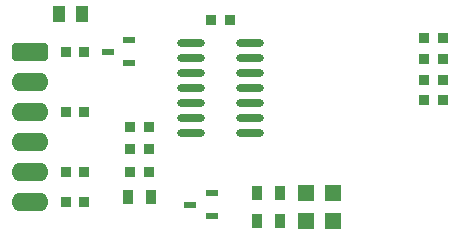
<source format=gtp>
G04 Layer_Color=7318015*
%FSLAX25Y25*%
%MOIN*%
G70*
G01*
G75*
%ADD10R,0.04000X0.05700*%
G04:AMPARAMS|DCode=11|XSize=35.43mil|YSize=35.43mil|CornerRadius=4.43mil|HoleSize=0mil|Usage=FLASHONLY|Rotation=0.000|XOffset=0mil|YOffset=0mil|HoleType=Round|Shape=RoundedRectangle|*
%AMROUNDEDRECTD11*
21,1,0.03543,0.02658,0,0,0.0*
21,1,0.02658,0.03543,0,0,0.0*
1,1,0.00886,0.01329,-0.01329*
1,1,0.00886,-0.01329,-0.01329*
1,1,0.00886,-0.01329,0.01329*
1,1,0.00886,0.01329,0.01329*
%
%ADD11ROUNDEDRECTD11*%
%ADD12R,0.03543X0.04724*%
%ADD13R,0.03800X0.03500*%
%ADD14R,0.04331X0.02362*%
%ADD15O,0.12299X0.06299*%
G04:AMPARAMS|DCode=16|XSize=62.99mil|YSize=122.99mil|CornerRadius=15.75mil|HoleSize=0mil|Usage=FLASHONLY|Rotation=270.000|XOffset=0mil|YOffset=0mil|HoleType=Round|Shape=RoundedRectangle|*
%AMROUNDEDRECTD16*
21,1,0.06299,0.09150,0,0,270.0*
21,1,0.03150,0.12299,0,0,270.0*
1,1,0.03150,-0.04575,-0.01575*
1,1,0.03150,-0.04575,0.01575*
1,1,0.03150,0.04575,0.01575*
1,1,0.03150,0.04575,-0.01575*
%
%ADD16ROUNDEDRECTD16*%
%ADD17O,0.09252X0.02756*%
%ADD18R,0.05500X0.05500*%
D10*
X136437Y187500D02*
D03*
X128500D02*
D03*
D11*
X137150Y125000D02*
D03*
X130850Y125000D02*
D03*
X256650Y179500D02*
D03*
X250350Y179500D02*
D03*
Y172500D02*
D03*
X256650Y172500D02*
D03*
X250350Y165500D02*
D03*
X256650Y165500D02*
D03*
X152350Y135000D02*
D03*
X158650Y135000D02*
D03*
X130850Y175000D02*
D03*
X137150Y175000D02*
D03*
X130850Y155000D02*
D03*
X137150Y155000D02*
D03*
X130850Y135000D02*
D03*
X137150Y135000D02*
D03*
X152350Y142500D02*
D03*
X158650Y142500D02*
D03*
D12*
X159240Y126500D02*
D03*
X151760D02*
D03*
X194760Y128000D02*
D03*
X202240D02*
D03*
X194760Y118500D02*
D03*
X202240D02*
D03*
D13*
X250350Y159000D02*
D03*
X256650D02*
D03*
X185650Y185500D02*
D03*
X179350D02*
D03*
X158650Y150000D02*
D03*
X152350D02*
D03*
D14*
X152043Y171260D02*
D03*
Y178740D02*
D03*
X144957Y175000D02*
D03*
X179543Y120260D02*
D03*
Y127740D02*
D03*
X172457Y124000D02*
D03*
D15*
X119000Y125000D02*
D03*
Y135000D02*
D03*
Y145000D02*
D03*
Y155000D02*
D03*
Y165000D02*
D03*
D16*
Y175000D02*
D03*
D17*
X172756Y178000D02*
D03*
Y173000D02*
D03*
Y168000D02*
D03*
Y163000D02*
D03*
Y158000D02*
D03*
Y153000D02*
D03*
Y148000D02*
D03*
X192244Y178000D02*
D03*
Y173000D02*
D03*
Y168000D02*
D03*
Y163000D02*
D03*
Y158000D02*
D03*
Y153000D02*
D03*
Y148000D02*
D03*
D18*
X211071Y118500D02*
D03*
X219929D02*
D03*
X211071Y128000D02*
D03*
X219929D02*
D03*
M02*

</source>
